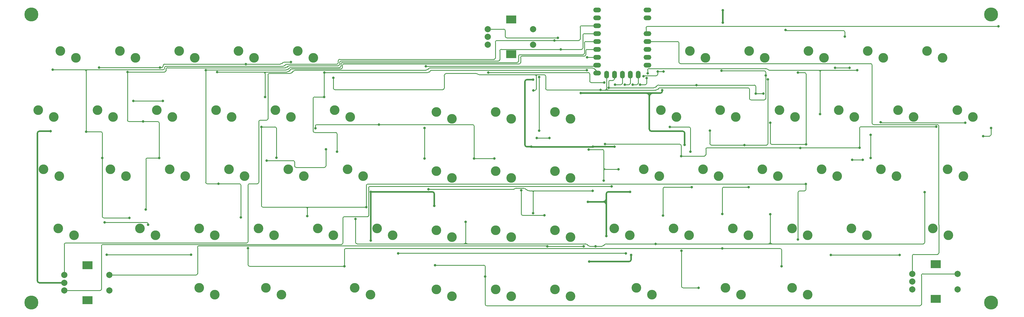
<source format=gbr>
G04 #@! TF.GenerationSoftware,KiCad,Pcbnew,7.0.9*
G04 #@! TF.CreationDate,2024-04-06T13:59:54+09:00*
G04 #@! TF.ProjectId,avain,61766169-6e2e-46b6-9963-61645f706362,rev?*
G04 #@! TF.SameCoordinates,Original*
G04 #@! TF.FileFunction,Copper,L1,Top*
G04 #@! TF.FilePolarity,Positive*
%FSLAX46Y46*%
G04 Gerber Fmt 4.6, Leading zero omitted, Abs format (unit mm)*
G04 Created by KiCad (PCBNEW 7.0.9) date 2024-04-06 13:59:54*
%MOMM*%
%LPD*%
G01*
G04 APERTURE LIST*
G04 #@! TA.AperFunction,WasherPad*
%ADD10C,3.100000*%
G04 #@! TD*
G04 #@! TA.AperFunction,WasherPad*
%ADD11C,4.500000*%
G04 #@! TD*
G04 #@! TA.AperFunction,ComponentPad*
%ADD12C,2.000000*%
G04 #@! TD*
G04 #@! TA.AperFunction,ComponentPad*
%ADD13R,3.200000X2.500000*%
G04 #@! TD*
G04 #@! TA.AperFunction,ComponentPad*
%ADD14C,1.250000*%
G04 #@! TD*
G04 #@! TA.AperFunction,SMDPad,CuDef*
%ADD15O,2.500000X1.500000*%
G04 #@! TD*
G04 #@! TA.AperFunction,SMDPad,CuDef*
%ADD16O,1.500000X2.500000*%
G04 #@! TD*
G04 #@! TA.AperFunction,ViaPad*
%ADD17C,0.800000*%
G04 #@! TD*
G04 #@! TA.AperFunction,Conductor*
%ADD18C,0.250000*%
G04 #@! TD*
G04 #@! TA.AperFunction,Conductor*
%ADD19C,0.500000*%
G04 #@! TD*
G04 APERTURE END LIST*
D10*
X26601900Y-32012500D03*
X31601900Y-34212500D03*
D11*
X17287500Y-20250000D03*
D12*
X27843800Y-104193700D03*
X27843800Y-109193700D03*
X27843800Y-106693700D03*
D13*
X35343800Y-101093700D03*
X35343800Y-112293700D03*
D12*
X42343800Y-109193700D03*
X42343800Y-104193700D03*
D10*
X128350000Y-89162500D03*
X133350000Y-91362500D03*
X306943800Y-89162500D03*
X311943800Y-91362500D03*
X305043800Y-32012500D03*
X310043800Y-34212500D03*
X261700000Y-89162500D03*
X266700000Y-91362500D03*
X314824400Y-51062500D03*
X319824400Y-53262500D03*
D14*
X199525266Y-18845959D03*
D15*
X199024986Y-18845959D03*
D14*
X199525266Y-21365959D03*
D15*
X199024986Y-21365959D03*
D14*
X199525266Y-23905959D03*
D15*
X199024986Y-23905959D03*
D14*
X199525266Y-26435959D03*
D15*
X199024986Y-26435959D03*
D14*
X199525266Y-28985959D03*
D15*
X199024986Y-28985959D03*
D14*
X199525266Y-31525959D03*
D15*
X199024986Y-31525959D03*
D14*
X199525266Y-34065959D03*
D15*
X199024986Y-34065959D03*
D14*
X199525266Y-36605959D03*
D15*
X199024986Y-36605959D03*
D14*
X199525266Y-39145959D03*
D15*
X199024986Y-39145959D03*
D16*
X202065266Y-39640300D03*
D14*
X202065266Y-39145959D03*
D16*
X204615266Y-39640300D03*
D14*
X204615266Y-39145959D03*
D16*
X207145600Y-39640300D03*
D14*
X207145600Y-39145959D03*
D16*
X209695600Y-39640300D03*
D14*
X209695600Y-39145959D03*
D16*
X212225266Y-39640300D03*
D14*
X212225266Y-39145959D03*
D15*
X215265600Y-36605959D03*
D14*
X214765266Y-36605959D03*
D15*
X215265600Y-34065959D03*
D14*
X214765266Y-34065959D03*
D15*
X215265600Y-31525959D03*
D14*
X214765266Y-31525959D03*
D15*
X215265600Y-28985959D03*
D14*
X214765266Y-28985959D03*
D15*
X215265600Y-26435959D03*
D14*
X214765266Y-26435959D03*
D15*
X215265600Y-21365959D03*
D14*
X214765266Y-21365959D03*
D15*
X215265600Y-18845959D03*
D14*
X214765266Y-18845959D03*
D10*
X166450000Y-70718700D03*
X171450000Y-72918700D03*
D12*
X300343800Y-103812500D03*
X300343800Y-108812500D03*
X300343800Y-106312500D03*
D13*
X307843800Y-100712500D03*
X307843800Y-111912500D03*
D12*
X314843800Y-108812500D03*
X314843800Y-103812500D03*
D10*
X228843800Y-32012500D03*
X233843800Y-34212500D03*
X280750000Y-89162500D03*
X285750000Y-91362500D03*
X95690000Y-51062500D03*
X100690000Y-53262500D03*
X185500000Y-70718700D03*
X190500000Y-72918700D03*
X102843800Y-32012500D03*
X107843800Y-34212500D03*
X76640000Y-51062500D03*
X81640000Y-53262500D03*
X311706300Y-70112500D03*
X316706300Y-72312500D03*
X271225000Y-70112500D03*
X276225000Y-72312500D03*
D11*
X325637500Y-113050000D03*
D10*
X38540000Y-51062500D03*
X43540000Y-53262500D03*
X295780600Y-51062500D03*
X300780600Y-53262500D03*
X80743800Y-70112500D03*
X85743800Y-72312500D03*
X118843800Y-70112500D03*
X123843800Y-72312500D03*
D11*
X17287500Y-113050000D03*
D10*
X90250000Y-89162500D03*
X95250000Y-91362500D03*
X114740000Y-51062500D03*
X119740000Y-53262500D03*
D11*
X325637500Y-20250000D03*
D10*
X147400000Y-51668700D03*
X152400000Y-53868700D03*
X261700000Y-108300000D03*
X266700000Y-110500000D03*
X166450000Y-51668700D03*
X171450000Y-53868700D03*
X42643800Y-70112500D03*
X47643800Y-72312500D03*
X109300000Y-89162500D03*
X114300000Y-91362500D03*
X238630600Y-51062500D03*
X243630600Y-53262500D03*
X214075000Y-70112500D03*
X219075000Y-72312500D03*
X61693800Y-70112500D03*
X66693800Y-72312500D03*
X242650000Y-89162500D03*
X247650000Y-91362500D03*
X185500000Y-89768700D03*
X190500000Y-91968700D03*
X211693800Y-108300000D03*
X216693800Y-110500000D03*
X99793800Y-70112500D03*
X104793800Y-72312500D03*
X71200000Y-89162500D03*
X76200000Y-91362500D03*
X240268800Y-108300000D03*
X245268800Y-110500000D03*
X57590000Y-51062500D03*
X62590000Y-53262500D03*
X92631300Y-108300000D03*
X97631300Y-110500000D03*
X252175000Y-70112500D03*
X257175000Y-72312500D03*
X204550000Y-89162500D03*
X209550000Y-91362500D03*
D12*
X163950000Y-25000000D03*
X163950000Y-30000000D03*
X163950000Y-27500000D03*
D13*
X171450000Y-21900000D03*
X171450000Y-33100000D03*
D12*
X178450000Y-30000000D03*
X178450000Y-25000000D03*
D10*
X64743800Y-32012500D03*
X69743800Y-34212500D03*
X147400000Y-89768700D03*
X152400000Y-91968700D03*
X83793800Y-32012500D03*
X88793800Y-34212500D03*
X257680600Y-51062500D03*
X262680600Y-53262500D03*
X166450000Y-108818700D03*
X171450000Y-111018700D03*
X19487500Y-51062500D03*
X24487500Y-53262500D03*
X45693800Y-32012500D03*
X50693800Y-34212500D03*
X185500000Y-108818700D03*
X190500000Y-111018700D03*
X21212500Y-70112500D03*
X26212500Y-72312500D03*
X223600000Y-89162500D03*
X228600000Y-91362500D03*
X52150000Y-89162500D03*
X57150000Y-91362500D03*
X166450000Y-89768700D03*
X171450000Y-91968700D03*
X290275000Y-70112500D03*
X295275000Y-72312500D03*
X121206300Y-108300000D03*
X126206300Y-110500000D03*
X219580600Y-51062500D03*
X224580600Y-53262500D03*
X247893800Y-32012500D03*
X252893800Y-34212500D03*
X276730600Y-51062500D03*
X281730600Y-53262500D03*
X147400000Y-70718700D03*
X152400000Y-72918700D03*
X266943800Y-32012500D03*
X271943800Y-34212500D03*
X285993800Y-32012500D03*
X290993800Y-34212500D03*
X233125000Y-70112500D03*
X238125000Y-72312500D03*
X185500000Y-51668700D03*
X190500000Y-53868700D03*
X71200000Y-108300000D03*
X76200000Y-110500000D03*
X147400000Y-108818700D03*
X152400000Y-111018700D03*
X25956300Y-89162500D03*
X30956300Y-91362500D03*
D17*
X59490000Y-48096200D03*
X159543800Y-66650000D03*
X290134715Y-55006900D03*
X108518800Y-56943943D03*
X166000000Y-66650000D03*
X230980087Y-43018057D03*
X128977687Y-55771346D03*
X317324400Y-55139400D03*
X50008030Y-48098669D03*
X202789800Y-43914400D03*
X250033096Y-45756273D03*
X252499961Y-45756273D03*
X283368800Y-63241600D03*
X197643800Y-77069500D03*
X144911362Y-76561311D03*
X178523300Y-84275500D03*
X307983200Y-56458300D03*
X226050924Y-65881320D03*
X204797651Y-42916400D03*
X201569812Y-62042090D03*
X111926200Y-63743180D03*
X92878474Y-67340694D03*
X264314160Y-63259987D03*
X304317900Y-77488800D03*
X217874243Y-94161179D03*
X254671258Y-84609422D03*
X121444134Y-86141210D03*
X54823772Y-88038041D03*
X40807200Y-87269887D03*
X198558075Y-94950181D03*
X207931923Y-42916400D03*
X156803875Y-87108472D03*
X210518423Y-42916400D03*
X58587848Y-37355403D03*
X239010371Y-38418100D03*
X259556100Y-25255917D03*
X39038301Y-37360788D03*
X278606300Y-27357118D03*
X200120812Y-44622271D03*
X253233653Y-39898196D03*
X100701900Y-35597200D03*
X114305514Y-40714085D03*
X178603531Y-44763800D03*
X86171318Y-36265206D03*
X275493800Y-37509100D03*
X280171000Y-37509100D03*
X280985000Y-67083236D03*
X284436164Y-67076241D03*
X196117400Y-80611855D03*
X239480637Y-18904100D03*
X219998100Y-44635600D03*
X126348100Y-93055300D03*
X146742500Y-81912800D03*
X209657733Y-77404300D03*
X239465099Y-22932993D03*
X202013700Y-91651200D03*
X126359715Y-77410811D03*
X227206100Y-62284175D03*
X193778698Y-45628756D03*
X204617400Y-62891590D03*
X23500000Y-57898100D03*
X209970637Y-97738286D03*
X177924695Y-62893983D03*
X196500500Y-99873166D03*
X197724297Y-62891590D03*
X178513960Y-41282052D03*
X183710073Y-60075273D03*
X179673242Y-60075273D03*
X41531700Y-97640900D03*
X68574499Y-97640900D03*
X208254392Y-97222600D03*
X135133252Y-97222600D03*
X274149430Y-97720997D03*
X296232241Y-97730023D03*
X325607322Y-56862843D03*
X323125500Y-59458924D03*
X194772016Y-94948000D03*
X183085300Y-94948000D03*
X180397742Y-57712400D03*
X174698300Y-76961000D03*
X180404301Y-40422900D03*
X182150000Y-85000000D03*
X214966500Y-40729300D03*
X212859247Y-42918102D03*
X203693900Y-75679300D03*
X24146509Y-38080357D03*
X40068600Y-66516200D03*
X34848200Y-58040600D03*
X205897600Y-70111831D03*
X48800000Y-85808900D03*
X196313552Y-63763800D03*
X185361033Y-28675000D03*
X201200000Y-73794300D03*
X226161848Y-96399681D03*
X229060721Y-64468115D03*
X53210500Y-54781200D03*
X58343800Y-66516200D03*
X218518300Y-38629600D03*
X54050000Y-83114000D03*
X213949900Y-40148100D03*
X187336902Y-31525000D03*
X222432000Y-56526573D03*
X48143900Y-38822600D03*
X231687038Y-108312962D03*
X220385100Y-38629600D03*
X220255098Y-85087545D03*
X229412200Y-75898500D03*
X247779700Y-75898500D03*
X239307930Y-84581697D03*
X77391632Y-74812509D03*
X86900000Y-95526800D03*
X246385200Y-62337600D03*
X258350000Y-101397400D03*
X239300000Y-95675181D03*
X253950700Y-41212035D03*
X235280600Y-57678100D03*
X84615345Y-85645220D03*
X117856300Y-101379000D03*
X73290000Y-38234100D03*
X263598488Y-38983800D03*
X124887068Y-82364800D03*
X77001900Y-38839100D03*
X105961810Y-85179750D03*
X96000000Y-66390300D03*
X92340000Y-46858000D03*
X266154229Y-74930518D03*
X266159800Y-62098900D03*
X254675200Y-55127380D03*
X263612414Y-92771907D03*
X91209785Y-56500000D03*
X215273241Y-39263069D03*
X195795586Y-38244000D03*
X286934000Y-59081000D03*
X195809816Y-34058147D03*
X111384609Y-46850000D03*
X270724708Y-52335611D03*
X111391583Y-39031137D03*
X282643800Y-38259300D03*
X286934000Y-66516200D03*
X115501861Y-64467680D03*
X143592800Y-66650000D03*
X146966800Y-101038900D03*
X163105779Y-104699773D03*
X143592800Y-56854800D03*
X144056694Y-36942900D03*
X186482407Y-27785883D03*
X164119000Y-38970900D03*
X201303200Y-42191900D03*
X327966300Y-24133100D03*
D18*
X159084274Y-55781200D02*
X129461169Y-55781200D01*
X250033096Y-45756273D02*
X250033096Y-43477346D01*
X59490000Y-48096200D02*
X50010499Y-48096200D01*
X249573807Y-43018057D02*
X230980087Y-43018057D01*
X217245505Y-43914400D02*
X202789800Y-43914400D01*
X159543800Y-66650000D02*
X159543800Y-56240726D01*
X217834047Y-43668996D02*
X217831292Y-43671751D01*
X108518800Y-56943943D02*
X108518774Y-56230713D01*
X290134715Y-55006900D02*
X290267215Y-55139400D01*
X204155271Y-41495624D02*
X203247979Y-41495624D01*
X252499961Y-45756273D02*
X250033096Y-45756273D01*
X204615300Y-38893100D02*
X204615300Y-39146000D01*
X290267215Y-55139400D02*
X317324400Y-55139400D01*
X230977337Y-43015307D02*
X218833668Y-43015307D01*
X129270573Y-55745954D02*
X129245181Y-55771346D01*
X218243095Y-43259936D02*
X217834047Y-43668996D01*
X128977687Y-55771346D02*
X108978124Y-55771346D01*
X230980087Y-43018057D02*
X230977337Y-43015307D01*
X204615266Y-38640300D02*
X204615266Y-41035629D01*
X166000000Y-66650000D02*
X159543800Y-66650000D01*
X202789800Y-41953803D02*
X202789800Y-43914400D01*
X204615300Y-38640300D02*
X204615300Y-38893100D01*
X129245181Y-55771346D02*
X128977687Y-55771346D01*
X218833668Y-43015329D02*
G75*
G03*
X218243095Y-43259936I-68J-835071D01*
G01*
X217245505Y-43914406D02*
G75*
G03*
X217831292Y-43671751I-5J828406D01*
G01*
X204155271Y-41495566D02*
G75*
G03*
X204615266Y-41035629I29J459966D01*
G01*
X203247979Y-41495600D02*
G75*
G03*
X202789800Y-41953803I21J-458200D01*
G01*
X159543800Y-56240726D02*
G75*
G03*
X159084274Y-55781200I-459500J26D01*
G01*
X50010496Y-48096132D02*
G75*
G03*
X50008030Y-48098669I104J-2568D01*
G01*
X129270577Y-55745943D02*
G75*
G03*
X129461169Y-55781199I198623J540943D01*
G01*
X108978124Y-55771374D02*
G75*
G03*
X108518774Y-56230713I-24J-459326D01*
G01*
X250033043Y-43477346D02*
G75*
G03*
X249573807Y-43018057I-459243J46D01*
G01*
X283368800Y-63241600D02*
X264332547Y-63241600D01*
X178523300Y-84275500D02*
X178523300Y-77557905D01*
X111926200Y-63743180D02*
X111926220Y-69064686D01*
X92878474Y-67340694D02*
X101382426Y-67340694D01*
X225591885Y-62042090D02*
X201569812Y-62042090D01*
X172275900Y-76561311D02*
X144911362Y-76561311D01*
X283368800Y-56918091D02*
X283368800Y-63241600D01*
X175277659Y-76236000D02*
X173061269Y-76236000D01*
X233995077Y-65381203D02*
X233995077Y-63607070D01*
X204797651Y-42916400D02*
X206687172Y-42916400D01*
X179033913Y-77069500D02*
X177289905Y-77069500D01*
X234360547Y-63241600D02*
X264295773Y-63241600D01*
X207145600Y-42457972D02*
X207145600Y-38640300D01*
X101842297Y-67800565D02*
X101842297Y-69063963D01*
X307983200Y-56458300D02*
X283828591Y-56458300D01*
X226050924Y-65881320D02*
X233494960Y-65881320D01*
X179033913Y-77069500D02*
X197643800Y-77069500D01*
X226050924Y-65881320D02*
X226050942Y-62501149D01*
X102301934Y-69523600D02*
X111467308Y-69523600D01*
X264314200Y-63259987D02*
G75*
G03*
X264295773Y-63241600I-18400J-13D01*
G01*
X101842306Y-67800565D02*
G75*
G03*
X101382426Y-67340694I-459906J-35D01*
G01*
X179033913Y-77069500D02*
G75*
G03*
X178523300Y-77580113I-13J-510600D01*
G01*
X234360547Y-63241677D02*
G75*
G03*
X233995077Y-63607070I53J-365523D01*
G01*
X173061269Y-76235963D02*
G75*
G03*
X172658463Y-76402848I31J-569637D01*
G01*
X283828591Y-56458300D02*
G75*
G03*
X283368800Y-56918091I9J-459800D01*
G01*
X101842300Y-69063963D02*
G75*
G03*
X102301934Y-69523600I459600J-37D01*
G01*
X176256893Y-76641618D02*
G75*
G03*
X177289905Y-77069500I1033007J1033018D01*
G01*
X226050910Y-62501149D02*
G75*
G03*
X225591885Y-62042090I-459010J49D01*
G01*
X178523293Y-77557905D02*
G75*
G03*
X178034912Y-77069507I-488393J5D01*
G01*
X111467308Y-69523620D02*
G75*
G03*
X111926220Y-69064686I-8J458920D01*
G01*
X233494960Y-65881277D02*
G75*
G03*
X233995077Y-65381203I40J500077D01*
G01*
X172275900Y-76561315D02*
G75*
G03*
X172658463Y-76402848I0J541015D01*
G01*
X176256928Y-76641583D02*
G75*
G03*
X175277659Y-76236000I-979228J-979317D01*
G01*
X206687172Y-42916400D02*
G75*
G03*
X207145600Y-42457972I28J458400D01*
G01*
X264332547Y-63241660D02*
G75*
G03*
X264314160Y-63259987I-47J-18340D01*
G01*
X254678400Y-84616564D02*
X254678400Y-93666594D01*
X303858735Y-94161179D02*
X255191283Y-94161179D01*
X198559704Y-94948552D02*
X200586711Y-94948552D01*
X254671258Y-84609422D02*
X254678400Y-84616564D01*
X40824117Y-87286804D02*
X54364388Y-87286804D01*
X40807200Y-87269887D02*
X40824117Y-87286804D01*
X209695600Y-42457324D02*
X209695600Y-38640300D01*
X254183797Y-94161184D02*
X253998481Y-94161179D01*
X201983295Y-94161179D02*
X217874243Y-94161179D01*
X196165092Y-94705354D02*
X195856242Y-94396521D01*
X198558075Y-94950181D02*
X198559704Y-94948552D01*
X195270366Y-94153853D02*
X157485624Y-94153853D01*
X201092967Y-94706550D02*
X201394373Y-94405128D01*
X198558075Y-94950181D02*
X198556288Y-94948394D01*
X198556288Y-94948394D02*
X196673888Y-94948394D01*
X156822519Y-87127116D02*
X156822519Y-93660793D01*
X255191283Y-94161179D02*
X253998481Y-94161179D01*
X253998481Y-94161179D02*
X217874243Y-94161179D01*
X156336996Y-94153853D02*
X121903984Y-94153853D01*
X157485624Y-94153853D02*
X156336996Y-94153853D01*
X304317900Y-77488800D02*
X304317900Y-93702014D01*
X54823788Y-87746229D02*
X54823772Y-88038041D01*
X156803875Y-87108472D02*
X156822519Y-87127116D01*
X156822519Y-93660793D02*
X156822519Y-93668330D01*
X207931923Y-42916400D02*
X209236524Y-42916400D01*
X157485624Y-94153853D02*
X157315603Y-94153859D01*
X121444134Y-93693941D02*
X121444134Y-86141210D01*
X209236524Y-42916400D02*
G75*
G03*
X209695600Y-42457324I-24J459100D01*
G01*
X121444112Y-93693952D02*
G75*
G03*
X121444134Y-93693941I-12J52D01*
G01*
X195856253Y-94396510D02*
G75*
G03*
X195270366Y-94153853I-585853J-585890D01*
G01*
X156822541Y-93660793D02*
G75*
G03*
X157315603Y-94153859I493059J-7D01*
G01*
X303858735Y-94161200D02*
G75*
G03*
X304317900Y-93702014I-35J459200D01*
G01*
X200586710Y-94948544D02*
G75*
G03*
X201092966Y-94706549I-94310J847844D01*
G01*
X156336996Y-94153819D02*
G75*
G03*
X156822519Y-93668330I4J485519D01*
G01*
X254183797Y-94161200D02*
G75*
G03*
X254678400Y-93666594I3J494600D01*
G01*
X196165095Y-94705351D02*
G75*
G03*
X196673888Y-94948393I602805J607851D01*
G01*
X121444147Y-93693961D02*
G75*
G03*
X121903984Y-94153853I459853J-39D01*
G01*
X201983295Y-94161171D02*
G75*
G03*
X201394373Y-94405128I5J-832829D01*
G01*
X54823796Y-87746229D02*
G75*
G03*
X54364388Y-87286804I-459396J29D01*
G01*
X254678421Y-93648296D02*
G75*
G03*
X255191283Y-94161179I512879J-4D01*
G01*
X212225300Y-42456871D02*
X212225300Y-38640300D01*
X210518423Y-42916400D02*
X211765771Y-42916400D01*
X211765771Y-42916400D02*
G75*
G03*
X212225300Y-42456871I29J459500D01*
G01*
X253226200Y-39905649D02*
X253233653Y-39898196D01*
X58587848Y-37355403D02*
X59154041Y-37355403D01*
X85995512Y-36089400D02*
X86171318Y-36265206D01*
X259556100Y-25255917D02*
X259737683Y-25437500D01*
X179945476Y-39697900D02*
X182064878Y-39697900D01*
X202065300Y-38640300D02*
X202065300Y-44184081D01*
X179485052Y-44306047D02*
X179485052Y-40187164D01*
X248465928Y-47797445D02*
X252766761Y-47797445D01*
X150741240Y-39279300D02*
X160175230Y-39279300D01*
X202589188Y-44638900D02*
X217930477Y-44638900D01*
X161185818Y-39697900D02*
X178806244Y-39697900D01*
X97825435Y-36022183D02*
X98006615Y-35841005D01*
X218516865Y-44395991D02*
X218757026Y-44155805D01*
X86171318Y-36265206D02*
X60072597Y-36265206D01*
X178806244Y-39697900D02*
X179945476Y-39697900D01*
X253226200Y-47338006D02*
X253226200Y-39905649D01*
X100701900Y-35597200D02*
X98595218Y-35597200D01*
X202589188Y-44638900D02*
X200137441Y-44638900D01*
X253233653Y-39898196D02*
X253233653Y-38877052D01*
X182984138Y-44611700D02*
X200095292Y-44611700D01*
X59612700Y-36896744D02*
X59612700Y-36725103D01*
X182524341Y-40157363D02*
X182524341Y-44151903D01*
X149925821Y-44027990D02*
X149925830Y-40094710D01*
X178806244Y-39697900D02*
X178995832Y-39697912D01*
X248006000Y-44368059D02*
X248006000Y-47337517D01*
X114764913Y-44487500D02*
X149466310Y-44487500D01*
X114305514Y-40714085D02*
X114305514Y-44028101D01*
X178603531Y-44763800D02*
X179027330Y-44763785D01*
X86171318Y-36265206D02*
X97238719Y-36265206D01*
X278606300Y-27357118D02*
X278606314Y-25897198D01*
X259737683Y-25437500D02*
X278146620Y-25437500D01*
X200137441Y-44638900D02*
X200120812Y-44622271D01*
X219353789Y-43908600D02*
X247546541Y-43908600D01*
X39038301Y-37360788D02*
X58582463Y-37360788D01*
X239010371Y-38418100D02*
X252774701Y-38418100D01*
X59154041Y-37355400D02*
G75*
G03*
X59612700Y-36896744I-41J458700D01*
G01*
X98595218Y-35597209D02*
G75*
G03*
X98006616Y-35841006I-18J-832391D01*
G01*
X248006000Y-44368059D02*
G75*
G03*
X247546541Y-43908600I-459500J-41D01*
G01*
X149466310Y-44487521D02*
G75*
G03*
X149925821Y-44027990I-10J459521D01*
G01*
X200120800Y-44622271D02*
G75*
G03*
X200110741Y-44612200I-10100J-29D01*
G01*
X202065300Y-44115012D02*
G75*
G03*
X202589188Y-44638900I523900J12D01*
G01*
X217930477Y-44638893D02*
G75*
G03*
X218516865Y-44395991I23J829193D01*
G01*
X179027330Y-44763852D02*
G75*
G03*
X179485052Y-44306047I-30J457752D01*
G01*
X60072597Y-36265200D02*
G75*
G03*
X59612700Y-36725103I3J-459900D01*
G01*
X58582463Y-37360748D02*
G75*
G03*
X58587848Y-37355403I37J5348D01*
G01*
X248005955Y-47337517D02*
G75*
G03*
X248465928Y-47797445I459945J17D01*
G01*
X200120818Y-44622265D02*
G75*
G03*
X200095292Y-44611700I-25518J-25535D01*
G01*
X150741240Y-39279330D02*
G75*
G03*
X149925830Y-40094710I-40J-815370D01*
G01*
X182524300Y-44151903D02*
G75*
G03*
X182984138Y-44611700I459800J3D01*
G01*
X278606300Y-25897198D02*
G75*
G03*
X278146620Y-25437500I-459700J-2D01*
G01*
X179485088Y-40187164D02*
G75*
G03*
X178995832Y-39697912I-489288J-36D01*
G01*
X182524400Y-40157363D02*
G75*
G03*
X182064878Y-39697900I-459500J-37D01*
G01*
X253233700Y-38877052D02*
G75*
G03*
X252774701Y-38418100I-459000J-48D01*
G01*
X179945476Y-39697852D02*
G75*
G03*
X179485052Y-40158324I24J-460448D01*
G01*
X97238719Y-36265231D02*
G75*
G03*
X97825434Y-36022182I-19J829731D01*
G01*
X201610474Y-44638900D02*
G75*
G03*
X202065300Y-44184081I26J454800D01*
G01*
X160720691Y-39505266D02*
G75*
G03*
X160175230Y-39279300I-545491J-545434D01*
G01*
X114305500Y-44028101D02*
G75*
G03*
X114764913Y-44487500I459400J1D01*
G01*
X219353789Y-43908590D02*
G75*
G03*
X218757026Y-44155805I11J-843910D01*
G01*
X252766761Y-47797400D02*
G75*
G03*
X253226200Y-47338006I39J459400D01*
G01*
X160720694Y-39505263D02*
G75*
G03*
X161185818Y-39697900I465106J465163D01*
G01*
X275493800Y-37509100D02*
X280171000Y-37509100D01*
X284429169Y-67083236D02*
X280985000Y-67083236D01*
X284436164Y-67076241D02*
X284429169Y-67083236D01*
D19*
X202013700Y-78036631D02*
X202013700Y-79364602D01*
X227206100Y-62284175D02*
X227206100Y-58525445D01*
X202013700Y-81619870D02*
X202013700Y-91651200D01*
X196117400Y-80611855D02*
X201032253Y-80611855D01*
X214489094Y-45618800D02*
X216864956Y-45618800D01*
X219998091Y-44988616D02*
X219998100Y-44757434D01*
X214879008Y-45618798D02*
X214489094Y-45618800D01*
X226576720Y-57896065D02*
X216489610Y-57896065D01*
X216864956Y-45618800D02*
X219367882Y-45618800D01*
X193788654Y-45618800D02*
X214489094Y-45618800D01*
X146742500Y-81912800D02*
X146742500Y-78039552D01*
X193778698Y-45628756D02*
X193788654Y-45618800D01*
X126359715Y-77410811D02*
X146113759Y-77410811D01*
X239465099Y-22932993D02*
X239461400Y-22929294D01*
X202013700Y-79630409D02*
X202013700Y-79364602D01*
X219998100Y-44757434D02*
X219998100Y-44635600D01*
X209657733Y-77404300D02*
X202646031Y-77404300D01*
X126348100Y-77422426D02*
X126359715Y-77410811D01*
X239461400Y-22929294D02*
X239461400Y-18950542D01*
X202013700Y-79364602D02*
X202013700Y-81619870D01*
X215860177Y-57266632D02*
X215860177Y-46599963D01*
X126348100Y-93055300D02*
X126348100Y-77422426D01*
X219367882Y-45618791D02*
G75*
G03*
X219998091Y-44988616I18J630191D01*
G01*
X215860235Y-57266632D02*
G75*
G03*
X216489610Y-57896065I629365J-68D01*
G01*
X202646031Y-77404300D02*
G75*
G03*
X202013700Y-78036631I-31J-632300D01*
G01*
X146742589Y-78039552D02*
G75*
G03*
X146113759Y-77410811I-628789J-48D01*
G01*
X227206135Y-58525445D02*
G75*
G03*
X226576720Y-57896065I-629435J-55D01*
G01*
X239480620Y-18904083D02*
G75*
G03*
X239461400Y-18950542I46680J-46517D01*
G01*
X202013745Y-81619870D02*
G75*
G03*
X201005685Y-80611855I-1008045J-30D01*
G01*
X201032253Y-80611800D02*
G75*
G03*
X202013700Y-79630409I47J981400D01*
G01*
X216864956Y-45618777D02*
G75*
G03*
X215860177Y-46623579I44J-1004823D01*
G01*
X215860202Y-46599963D02*
G75*
G03*
X214879008Y-45618798I-981202J-37D01*
G01*
X19210600Y-106063897D02*
X19210600Y-58526756D01*
X178507929Y-41288083D02*
X178513960Y-41282052D01*
X177924695Y-62893983D02*
X176485323Y-62893980D01*
X196500500Y-99873166D02*
X209341897Y-99873166D01*
X175857515Y-62266170D02*
X175857515Y-41918791D01*
X204617400Y-62891590D02*
X204529340Y-62891590D01*
X204529340Y-62891590D02*
X204509583Y-62871833D01*
X177945012Y-62914300D02*
X197701587Y-62914300D01*
X177924695Y-62893983D02*
X177945012Y-62914300D01*
X197701587Y-62914300D02*
X197724297Y-62891590D01*
X27843800Y-106693700D02*
X19840403Y-106693700D01*
X176488223Y-41288083D02*
X178507929Y-41288083D01*
X19839256Y-57898100D02*
X23500000Y-57898100D01*
X204415510Y-62891590D02*
X197724297Y-62891590D01*
X209970637Y-97738286D02*
X209970647Y-99244412D01*
X19210600Y-106063897D02*
G75*
G03*
X19840403Y-106693700I629800J-3D01*
G01*
X204415510Y-62891589D02*
G75*
G03*
X204509583Y-62871833I-8010J271989D01*
G01*
X175857520Y-62266170D02*
G75*
G03*
X176485323Y-62893980I627780J-30D01*
G01*
X19839256Y-57898100D02*
G75*
G03*
X19210600Y-58526756I4J-628660D01*
G01*
X209341897Y-99873147D02*
G75*
G03*
X209970647Y-99244412I3J628747D01*
G01*
X176488223Y-41288115D02*
G75*
G03*
X175857515Y-41918791I77J-630785D01*
G01*
D18*
X200025000Y-18846000D02*
X199525300Y-18846000D01*
X183710073Y-60075273D02*
X179673242Y-60075273D01*
X41531700Y-97640900D02*
X68574499Y-97640900D01*
X208217292Y-97185500D02*
X135170352Y-97185500D01*
X135170352Y-97185500D02*
X135133252Y-97222600D01*
X208254392Y-97222600D02*
X208217292Y-97185500D01*
X274149430Y-97720997D02*
X296223215Y-97720997D01*
X296232203Y-97730023D02*
G75*
G03*
X296223215Y-97720997I-9003J23D01*
G01*
X325607322Y-56862843D02*
X325607322Y-59000248D01*
X325148646Y-59458924D02*
X323125500Y-59458924D01*
X325148646Y-59458922D02*
G75*
G03*
X325607322Y-59000248I-46J458722D01*
G01*
X180404301Y-40422900D02*
X180404301Y-40630667D01*
X70664573Y-103734121D02*
X70664573Y-95257344D01*
X42343800Y-104193700D02*
X70204994Y-104193700D01*
X180404301Y-40630667D02*
X180369834Y-40665134D01*
X183085300Y-94798300D02*
X183085300Y-94948000D01*
X200025000Y-21366000D02*
X199525300Y-21366000D01*
X71123617Y-94798300D02*
X183085300Y-94798300D01*
X180397742Y-40816696D02*
X180397742Y-57712400D01*
X174698300Y-76961000D02*
X174698300Y-84541093D01*
X175157207Y-85000000D02*
X182150000Y-85000000D01*
X194772016Y-94948000D02*
X183085300Y-94948000D01*
X70204994Y-104193673D02*
G75*
G03*
X70664573Y-103734121I6J459573D01*
G01*
X180397739Y-40816696D02*
G75*
G03*
X180369833Y-40665134I-461939J-6704D01*
G01*
X71123617Y-94798273D02*
G75*
G03*
X70664573Y-95257344I-17J-459027D01*
G01*
X174698300Y-84541093D02*
G75*
G03*
X175157207Y-85000000I458900J-7D01*
G01*
X93747255Y-39279300D02*
X100334551Y-39279300D01*
X93288264Y-53876443D02*
X93288264Y-39738291D01*
X87371999Y-74799074D02*
X89894909Y-74799074D01*
X102048019Y-38256100D02*
X143995522Y-38256100D01*
X86912893Y-93424997D02*
X86912893Y-75258180D01*
X100924163Y-39035076D02*
X101459284Y-38499960D01*
X90354400Y-74339583D02*
X90354400Y-54795641D01*
X27843800Y-104193700D02*
X27843800Y-94343706D01*
X90814041Y-54336000D02*
X92828707Y-54336000D01*
X199525300Y-39146000D02*
X200025000Y-39146000D01*
X198130042Y-37750735D02*
X199525266Y-39145959D01*
X144581878Y-38013225D02*
X144843458Y-37751648D01*
X145435312Y-37506497D02*
X197540399Y-37506497D01*
X28303240Y-93884266D02*
X86453624Y-93884266D01*
X93747255Y-39279264D02*
G75*
G03*
X93288264Y-39738291I45J-459036D01*
G01*
X143995522Y-38256126D02*
G75*
G03*
X144581878Y-38013225I-22J829226D01*
G01*
X100334551Y-39279277D02*
G75*
G03*
X100924163Y-39035076I49J833777D01*
G01*
X102048019Y-38256113D02*
G75*
G03*
X101459284Y-38499960I-19J-832587D01*
G01*
X198130047Y-37750730D02*
G75*
G03*
X197540399Y-37506497I-589647J-589670D01*
G01*
X87371999Y-74799093D02*
G75*
G03*
X86912893Y-75258180I1J-459107D01*
G01*
X90814041Y-54336000D02*
G75*
G03*
X90354400Y-54795641I-41J-459600D01*
G01*
X28303240Y-93884300D02*
G75*
G03*
X27843800Y-94343706I-40J-459400D01*
G01*
X145435312Y-37506502D02*
G75*
G03*
X144843458Y-37751648I-12J-836998D01*
G01*
X89894909Y-74799100D02*
G75*
G03*
X90354400Y-74339583I-9J459500D01*
G01*
X86453624Y-93884293D02*
G75*
G03*
X86912893Y-93424997I-24J459293D01*
G01*
X92828707Y-54335964D02*
G75*
G03*
X93288264Y-53876443I-7J459564D01*
G01*
X125610138Y-85017502D02*
X125611568Y-84957190D01*
X39820718Y-108734261D02*
X39820718Y-94807569D01*
X125152048Y-85416710D02*
X125212360Y-85415331D01*
X214265600Y-36606000D02*
X214765300Y-36606000D01*
X125328870Y-85384101D02*
X125433328Y-85323781D01*
X125611568Y-84957190D02*
X125611568Y-76138294D01*
X214966500Y-42458328D02*
X214966500Y-40729300D01*
X212859247Y-42918102D02*
X214506726Y-42918102D01*
X27843800Y-109193700D02*
X39361279Y-109193700D01*
X117834716Y-85416710D02*
X125152048Y-85416710D01*
X125212360Y-85415331D02*
X125328870Y-85384101D01*
X117375400Y-93889621D02*
X117375400Y-85876026D01*
X125518616Y-85238482D02*
X125578923Y-85134016D01*
X125578923Y-85134016D02*
X125610138Y-85017502D01*
X125433328Y-85323781D02*
X125518616Y-85238482D01*
X40279987Y-94348300D02*
X116916721Y-94348300D01*
X203693900Y-75679300D02*
X126070562Y-75679300D01*
X117834716Y-85416700D02*
G75*
G03*
X117375400Y-85876026I-16J-459300D01*
G01*
X116916721Y-94348300D02*
G75*
G03*
X117375400Y-93889621I-21J458700D01*
G01*
X39361279Y-109193718D02*
G75*
G03*
X39820718Y-108734261I21J459418D01*
G01*
X40279987Y-94348318D02*
G75*
G03*
X39820718Y-94807569I13J-459282D01*
G01*
X214506726Y-42918100D02*
G75*
G03*
X214966500Y-42458328I-26J459800D01*
G01*
X126070562Y-75679268D02*
G75*
G03*
X125611568Y-76138294I38J-459032D01*
G01*
X193598100Y-24365683D02*
X193598100Y-28215563D01*
X34848200Y-58040600D02*
X34848200Y-38600250D01*
X165912814Y-34742908D02*
X116319258Y-34742908D01*
X59602581Y-38085288D02*
X34366627Y-38085288D01*
X60062709Y-37449149D02*
X60062700Y-37625169D01*
X48800000Y-85808900D02*
X40528287Y-85808900D01*
X201212500Y-73794300D02*
X201200000Y-73794300D01*
X193138663Y-28675000D02*
X166830648Y-28675000D01*
X201212500Y-64222990D02*
X201212500Y-69282884D01*
X166371148Y-29134500D02*
X166371148Y-34284574D01*
X98058876Y-36989706D02*
X60522152Y-36989706D01*
X201212500Y-70623992D02*
X201212500Y-73781800D01*
X34366627Y-38085288D02*
X24151440Y-38085288D01*
X115402338Y-36324200D02*
X99415052Y-36324200D01*
X200025000Y-23906000D02*
X194057783Y-23906000D01*
X205897600Y-70111831D02*
X201724661Y-70111831D01*
X34848200Y-58040600D02*
X39609459Y-58040600D01*
X201212500Y-69282884D02*
X201212500Y-70623992D01*
X40068600Y-58499741D02*
X40068600Y-66516200D01*
X115861400Y-35200766D02*
X115861400Y-35865138D01*
X98826182Y-36568118D02*
X98649057Y-36745245D01*
X196313552Y-63763800D02*
X200753310Y-63763800D01*
X40068600Y-85349213D02*
X40068600Y-66516200D01*
X201212500Y-69282884D02*
X201212493Y-69630466D01*
X59602581Y-38085300D02*
G75*
G03*
X60062700Y-37625169I19J460100D01*
G01*
X201724661Y-70111800D02*
G75*
G03*
X201212500Y-70623992I39J-512200D01*
G01*
X40068600Y-58499741D02*
G75*
G03*
X39609459Y-58040600I-459100J41D01*
G01*
X40068600Y-85349213D02*
G75*
G03*
X40528287Y-85808900I459700J13D01*
G01*
X24146512Y-38080357D02*
G75*
G03*
X24151440Y-38085288I4888J-43D01*
G01*
X99415052Y-36324170D02*
G75*
G03*
X98826182Y-36568118I48J-832830D01*
G01*
X194057783Y-23906000D02*
G75*
G03*
X193598100Y-24365683I17J-459700D01*
G01*
X116319258Y-34742900D02*
G75*
G03*
X115861400Y-35200766I42J-457900D01*
G01*
X34848212Y-38566861D02*
G75*
G03*
X34366627Y-38085288I-481612J-39D01*
G01*
X60522152Y-36989609D02*
G75*
G03*
X60062709Y-37449149I48J-459491D01*
G01*
X201212500Y-64222990D02*
G75*
G03*
X200753310Y-63763800I-459200J-10D01*
G01*
X166830648Y-28675048D02*
G75*
G03*
X166371148Y-29134500I-48J-459452D01*
G01*
X98058876Y-36989699D02*
G75*
G03*
X98649057Y-36745245I24J834599D01*
G01*
X193138663Y-28675000D02*
G75*
G03*
X193598100Y-28215563I37J459400D01*
G01*
X35363182Y-38085300D02*
G75*
G03*
X34848200Y-38600250I18J-515000D01*
G01*
X165912814Y-34742948D02*
G75*
G03*
X166371148Y-34284574I-14J458348D01*
G01*
X201200000Y-73794300D02*
G75*
G03*
X201212500Y-73781800I0J12500D01*
G01*
X115402338Y-36324200D02*
G75*
G03*
X115861400Y-35865138I-38J459100D01*
G01*
X201212469Y-69630466D02*
G75*
G03*
X201693849Y-70111831I481331J-34D01*
G01*
X116766238Y-35301900D02*
X167314938Y-35301900D01*
X58343800Y-66516200D02*
X58343800Y-55239722D01*
X54074600Y-66975830D02*
X54074600Y-83114000D01*
X100226368Y-36776100D02*
X115851875Y-36776100D01*
X58343800Y-66516200D02*
X54534230Y-66516200D01*
X167774000Y-34842838D02*
X167774000Y-31984992D01*
X48143900Y-38822600D02*
X60058503Y-38822600D01*
X218518300Y-38629600D02*
X218518300Y-39539953D01*
X229060721Y-64468115D02*
X229049400Y-64456794D01*
X48143900Y-54321880D02*
X48143900Y-38822600D01*
X220255098Y-85087545D02*
X220255098Y-76358339D01*
X53210500Y-54781200D02*
X48603220Y-54781200D01*
X218059153Y-39999100D02*
X213949900Y-39999100D01*
X53210500Y-54781200D02*
X57885278Y-54781200D01*
X231687038Y-108312962D02*
X226622270Y-108312997D01*
X116311400Y-36316575D02*
X116311400Y-35756738D01*
X213949900Y-39999100D02*
X213949900Y-40148100D01*
X218518300Y-38629600D02*
X220385100Y-38629600D01*
X54074600Y-83114000D02*
X54050000Y-83114000D01*
X168233939Y-31525000D02*
X187336902Y-31525000D01*
X194509000Y-31065259D02*
X194509000Y-26894490D01*
X60518083Y-38363020D02*
X60518083Y-37899262D01*
X228589637Y-56526573D02*
X222432000Y-56526573D01*
X229049400Y-64456794D02*
X229049400Y-56986336D01*
X226161848Y-96399681D02*
X226161848Y-107852578D01*
X60977639Y-37439706D02*
X98873538Y-37439706D01*
X187336902Y-31525000D02*
X194049259Y-31525000D01*
X99461980Y-37195965D02*
X99638230Y-37019715D01*
X194967490Y-26436000D02*
X200025000Y-26436000D01*
X220714937Y-75898500D02*
X229412200Y-75898500D01*
X100226368Y-36776063D02*
G75*
G03*
X99638231Y-37019716I32J-831737D01*
G01*
X226161903Y-107852578D02*
G75*
G03*
X226622270Y-108312997I460397J-22D01*
G01*
X167314938Y-35301900D02*
G75*
G03*
X167774000Y-34842838I-38J459100D01*
G01*
X54534230Y-66516200D02*
G75*
G03*
X54074600Y-66975830I-30J-459600D01*
G01*
X60977639Y-37439783D02*
G75*
G03*
X60518083Y-37899262I-39J-459517D01*
G01*
X220714937Y-75898498D02*
G75*
G03*
X220255098Y-76358339I-37J-459802D01*
G01*
X115851875Y-36776100D02*
G75*
G03*
X116311400Y-36316575I25J459500D01*
G01*
X218059153Y-39999100D02*
G75*
G03*
X218518300Y-39539953I47J459100D01*
G01*
X168233939Y-31525079D02*
G75*
G03*
X167773979Y-31984971I-39J-459921D01*
G01*
X194049259Y-31525000D02*
G75*
G03*
X194509000Y-31065259I41J459700D01*
G01*
X48143900Y-54321880D02*
G75*
G03*
X48603220Y-54781200I459300J-20D01*
G01*
X167774000Y-31984965D02*
G75*
G03*
X167773979Y-31984972I0J-35D01*
G01*
X229049327Y-56986336D02*
G75*
G03*
X228589637Y-56526573I-459827J-64D01*
G01*
X58343800Y-55239722D02*
G75*
G03*
X57885278Y-54781200I-458500J22D01*
G01*
X116766238Y-35301900D02*
G75*
G03*
X116311400Y-35756738I-38J-454800D01*
G01*
X98873538Y-37439725D02*
G75*
G03*
X99461979Y-37195964I-38J832225D01*
G01*
X60058503Y-38822583D02*
G75*
G03*
X60518083Y-38363020I-3J459583D01*
G01*
X194967490Y-26436000D02*
G75*
G03*
X194509000Y-26894490I10J-458500D01*
G01*
X258350000Y-96134881D02*
X258350000Y-101397400D01*
X86900000Y-95526800D02*
X86900000Y-100920813D01*
X117856300Y-96135111D02*
X117856300Y-101379000D01*
X239767442Y-75898500D02*
X247779700Y-75898500D01*
X239307930Y-84581697D02*
X239307930Y-76358012D01*
X246385200Y-62337600D02*
X253490801Y-62337600D01*
X84609400Y-85639275D02*
X84609400Y-75272285D01*
X246385200Y-62337600D02*
X235738498Y-62337600D01*
X99183939Y-38114100D02*
X73410000Y-38114100D01*
X200025000Y-28986000D02*
X195420002Y-28986000D01*
X173813926Y-33694402D02*
X173813926Y-35293279D01*
X239300000Y-95675181D02*
X257890300Y-95675181D01*
X239300000Y-95675181D02*
X118316230Y-95675181D01*
X173355305Y-35751900D02*
X117220606Y-35751900D01*
X253950700Y-41212035D02*
X253950700Y-61877701D01*
X194961137Y-29444865D02*
X194961137Y-32776292D01*
X117856300Y-101379000D02*
X87358187Y-101379000D01*
X194502003Y-33235426D02*
X174272902Y-33235426D01*
X116302197Y-37354200D02*
X100633771Y-37354200D01*
X73410000Y-38114100D02*
X73290000Y-38234100D01*
X84615345Y-85645220D02*
X84609400Y-85639275D01*
X235280600Y-61879702D02*
X235280600Y-57678100D01*
X116761400Y-36211106D02*
X116761400Y-36894997D01*
X73290000Y-74352802D02*
X73290000Y-38234100D01*
X77391632Y-74812509D02*
X73749739Y-74812537D01*
X84149624Y-74812509D02*
X77391632Y-74812509D01*
X100045427Y-37597897D02*
X99773362Y-37869957D01*
X195420002Y-28986037D02*
G75*
G03*
X194961137Y-29444865I-2J-458863D01*
G01*
X117220606Y-35751900D02*
G75*
G03*
X116761400Y-36211106I-6J-459200D01*
G01*
X116302197Y-37354200D02*
G75*
G03*
X116761400Y-36894997I3J459200D01*
G01*
X235280600Y-61879702D02*
G75*
G03*
X235738498Y-62337600I457900J2D01*
G01*
X253490801Y-62337600D02*
G75*
G03*
X253950700Y-61877701I-1J459900D01*
G01*
X84609391Y-75272285D02*
G75*
G03*
X84149624Y-74812509I-459791J-15D01*
G01*
X258350019Y-96134881D02*
G75*
G03*
X257890300Y-95675181I-459719J-19D01*
G01*
X239767442Y-75898530D02*
G75*
G03*
X239307930Y-76358012I-42J-459470D01*
G01*
X194502003Y-33235437D02*
G75*
G03*
X194961137Y-32776292I-3J459137D01*
G01*
X86900000Y-100920813D02*
G75*
G03*
X87358187Y-101379000I458200J13D01*
G01*
X173355305Y-35751926D02*
G75*
G03*
X173813926Y-35293279I-5J458626D01*
G01*
X100633771Y-37354194D02*
G75*
G03*
X100045427Y-37597897I29J-832106D01*
G01*
X174272902Y-33235426D02*
G75*
G03*
X173813926Y-33694402I-2J-458974D01*
G01*
X73289963Y-74352802D02*
G75*
G03*
X73749739Y-74812537I459737J2D01*
G01*
X99183939Y-38114121D02*
G75*
G03*
X99773362Y-37869957I-39J833621D01*
G01*
X118316230Y-95675200D02*
G75*
G03*
X117856300Y-96135111I-30J-459900D01*
G01*
X92834743Y-38824100D02*
X91638439Y-38824100D01*
X263600000Y-92759493D02*
X263612414Y-92771907D01*
X124887068Y-82364800D02*
X124887068Y-75387902D01*
X266154229Y-74930518D02*
X266154229Y-76636944D01*
X263600000Y-77661773D02*
X263600000Y-92759493D01*
X116760714Y-37806100D02*
X101077605Y-37806100D01*
X117220069Y-36677807D02*
X117220069Y-37346745D01*
X174005863Y-36218400D02*
X117679476Y-36218400D01*
X254675200Y-55127380D02*
X254687220Y-55139400D01*
X266159800Y-39444421D02*
X266159800Y-62098900D01*
X100488778Y-38050000D02*
X99958805Y-38579973D01*
X105450151Y-82364800D02*
X91670138Y-82364800D01*
X92340000Y-46858000D02*
X92340000Y-39500000D01*
X107000000Y-82364800D02*
X105450151Y-82364800D01*
X124887068Y-82364800D02*
X107000000Y-82364800D01*
X91638439Y-38824100D02*
X77016900Y-38824100D01*
X125346370Y-74928600D02*
X266152311Y-74928600D01*
X200025000Y-31526000D02*
X195870148Y-31526000D01*
X263598488Y-38983800D02*
X265699179Y-38983800D01*
X195411137Y-32587923D02*
X195419809Y-32596948D01*
X195411137Y-31985011D02*
X195411137Y-32587923D01*
X195419809Y-32596948D02*
X195419809Y-33234603D01*
X264165738Y-77096035D02*
X265695176Y-77096006D01*
X266159800Y-62098900D02*
X255134075Y-62098900D01*
X91209785Y-81904447D02*
X91209785Y-56500000D01*
X91638439Y-38824100D02*
X91843292Y-38824111D01*
X92340000Y-39500000D02*
X92340000Y-39320847D01*
X194959496Y-33694916D02*
X174924847Y-33694916D01*
X106450126Y-82364800D02*
X107000000Y-82364800D01*
X105961810Y-85179750D02*
X105961810Y-82853116D01*
X96000000Y-56959319D02*
X96000000Y-66390300D01*
X254675200Y-61640025D02*
X254675200Y-55127380D01*
X91209785Y-56500000D02*
X95540681Y-56500000D01*
X174464827Y-34154936D02*
X174464827Y-35759436D01*
X99369429Y-38824100D02*
X92834743Y-38824100D01*
X92340000Y-39500000D02*
X92340000Y-39318843D01*
X174005863Y-36218327D02*
G75*
G03*
X174464827Y-35759436I37J458927D01*
G01*
X117679476Y-36218369D02*
G75*
G03*
X117220069Y-36677807I24J-459431D01*
G01*
X106450126Y-82364810D02*
G75*
G03*
X105961810Y-82853116I-26J-488290D01*
G01*
X116760714Y-37806069D02*
G75*
G03*
X117220069Y-37346745I-14J459369D01*
G01*
X101077605Y-37806096D02*
G75*
G03*
X100488778Y-38050000I-5J-832704D01*
G01*
X174924847Y-33694927D02*
G75*
G03*
X174464827Y-34154936I-47J-459973D01*
G01*
X92339989Y-39320847D02*
G75*
G03*
X91843292Y-38824111I-496689J47D01*
G01*
X99369429Y-38824121D02*
G75*
G03*
X99958804Y-38579972I-29J833521D01*
G01*
X266154200Y-74930518D02*
G75*
G03*
X266152311Y-74928600I-1900J18D01*
G01*
X266159800Y-39444421D02*
G75*
G03*
X265699179Y-38983800I-460600J21D01*
G01*
X77016900Y-38824100D02*
G75*
G03*
X77001900Y-38839100I0J-15000D01*
G01*
X195870148Y-31526037D02*
G75*
G03*
X195411137Y-31985011I-48J-458963D01*
G01*
X254675200Y-61640025D02*
G75*
G03*
X255134075Y-62098900I458900J25D01*
G01*
X125346370Y-74928568D02*
G75*
G03*
X124887068Y-75387902I30J-459332D01*
G01*
X92834743Y-38824100D02*
G75*
G03*
X92340000Y-39318843I-43J-494700D01*
G01*
X265695176Y-77095929D02*
G75*
G03*
X266154229Y-76636944I24J459029D01*
G01*
X194959496Y-33694909D02*
G75*
G03*
X195419809Y-33234603I4J460309D01*
G01*
X105961900Y-82876459D02*
G75*
G03*
X105450151Y-82364800I-511700J-41D01*
G01*
X91209700Y-81904447D02*
G75*
G03*
X91670138Y-82364800I460400J47D01*
G01*
X96000000Y-56959319D02*
G75*
G03*
X95540681Y-56500000I-459300J19D01*
G01*
X264165738Y-77096100D02*
G75*
G03*
X263600000Y-77661773I-38J-565700D01*
G01*
X145993967Y-38244000D02*
X195795586Y-38244000D01*
X107794300Y-57820824D02*
X107794300Y-47309247D01*
X215732056Y-37693600D02*
X253272180Y-37693600D01*
X271429043Y-38259300D02*
X271204780Y-38259286D01*
X253859502Y-37936877D02*
X253937779Y-38015154D01*
X145101306Y-38790256D02*
X145402584Y-38488965D01*
X108253547Y-46850000D02*
X111384609Y-46850000D01*
X115042622Y-58280800D02*
X108254276Y-58280800D01*
X195809816Y-34058147D02*
X200017174Y-34058147D01*
X254527199Y-38259300D02*
X270233861Y-38259300D01*
X111391583Y-39031137D02*
X144519785Y-39031137D01*
X115501861Y-64467680D02*
X115501861Y-58740039D01*
X271429043Y-38259300D02*
X282643800Y-38259300D01*
X270233861Y-38259300D02*
X271429043Y-38259300D01*
X270724708Y-52335611D02*
X270718500Y-52329403D01*
X270718500Y-52329403D02*
X270718500Y-38745537D01*
X270718500Y-38745537D02*
X270718500Y-38743939D01*
X286934000Y-59081000D02*
X286934000Y-66516200D01*
X111384609Y-46850000D02*
X111384609Y-39047973D01*
X215273241Y-39263069D02*
X215273241Y-38152415D01*
X195809816Y-34058147D02*
X195817669Y-34066000D01*
X144519785Y-39031138D02*
G75*
G03*
X145101306Y-38790256I15J822338D01*
G01*
X253937772Y-38015161D02*
G75*
G03*
X254527199Y-38259300I589428J589461D01*
G01*
X270718500Y-38743939D02*
G75*
G03*
X270233861Y-38259300I-484600J39D01*
G01*
X108253547Y-46850000D02*
G75*
G03*
X107794300Y-47309247I-47J-459200D01*
G01*
X200025053Y-34065959D02*
G75*
G03*
X200017174Y-34058147I-7853J-41D01*
G01*
X107794300Y-57820824D02*
G75*
G03*
X108254276Y-58280800I460000J24D01*
G01*
X215732056Y-37693541D02*
G75*
G03*
X215273241Y-38152415I44J-458859D01*
G01*
X115501800Y-58740039D02*
G75*
G03*
X115042622Y-58280800I-459200J39D01*
G01*
X253859512Y-37936867D02*
G75*
G03*
X253272180Y-37693600I-587312J-587333D01*
G01*
X145993967Y-38243969D02*
G75*
G03*
X145402584Y-38488965I33J-836331D01*
G01*
X111391600Y-39031154D02*
G75*
G03*
X111384609Y-39047973I16800J-16846D01*
G01*
X271204780Y-38259200D02*
G75*
G03*
X270718500Y-38745537I20J-486300D01*
G01*
X144056694Y-36942900D02*
X199188325Y-36942900D01*
X162646177Y-101038900D02*
X146966800Y-101038900D01*
X163564921Y-114104634D02*
X302786387Y-114104634D01*
X303246208Y-113644813D02*
X303246208Y-104271579D01*
X163105779Y-113645492D02*
X163105779Y-104699773D01*
X303705287Y-103812500D02*
X314843800Y-103812500D01*
X199188325Y-36942900D02*
X199525266Y-36605959D01*
X163105779Y-104699773D02*
X163105779Y-101498502D01*
X200025000Y-36606000D02*
X199525300Y-36606000D01*
X143592800Y-56854800D02*
X143592800Y-66650000D01*
X163105800Y-101498502D02*
G75*
G03*
X162646177Y-101038900I-459600J2D01*
G01*
X163105766Y-113645492D02*
G75*
G03*
X163564921Y-114104634I459134J-8D01*
G01*
X303705287Y-103812508D02*
G75*
G03*
X303246208Y-104271579I13J-459092D01*
G01*
X302786387Y-114104608D02*
G75*
G03*
X303246208Y-113644813I13J459808D01*
G01*
X169524600Y-27322731D02*
X169524600Y-25459842D01*
X169064758Y-25000000D02*
X163950000Y-25000000D01*
X186479607Y-27783083D02*
X169984952Y-27783083D01*
X214765300Y-34066000D02*
X214265600Y-34066000D01*
X169524600Y-25459842D02*
G75*
G03*
X169064758Y-25000000I-459800J42D01*
G01*
X186482417Y-27785883D02*
G75*
G03*
X186479607Y-27783083I-2817J-17D01*
G01*
X169524617Y-27322731D02*
G75*
G03*
X169984952Y-27783083I460383J31D01*
G01*
X196650500Y-39431377D02*
X196650500Y-41732524D01*
X164119000Y-38970900D02*
X196190023Y-38970900D01*
X197109876Y-42191900D02*
X201303200Y-42191900D01*
X214765300Y-31526000D02*
X214265600Y-31526000D01*
X196650500Y-39431377D02*
G75*
G03*
X196190023Y-38970900I-460500J-23D01*
G01*
X196650500Y-41732524D02*
G75*
G03*
X197109876Y-42191900I459400J24D01*
G01*
X308819200Y-87987700D02*
X308868400Y-87987700D01*
X300343800Y-98004433D02*
X300343800Y-103812500D01*
X308819200Y-56191129D02*
X308819200Y-87987700D01*
X225797322Y-36089400D02*
X286925622Y-36089400D01*
X308408568Y-97544887D02*
X300803346Y-97544887D01*
X287385340Y-36549118D02*
X287385340Y-55271679D01*
X308868400Y-87987700D02*
X308868400Y-97085055D01*
X287845061Y-55731400D02*
X308359471Y-55731400D01*
X214265600Y-28986000D02*
X224877028Y-28986000D01*
X225337305Y-29446277D02*
X225337305Y-35629383D01*
X225337300Y-35629383D02*
G75*
G03*
X225797322Y-36089400I460000J-17D01*
G01*
X287385300Y-36549118D02*
G75*
G03*
X286925622Y-36089400I-459700J18D01*
G01*
X308819200Y-56191129D02*
G75*
G03*
X308359471Y-55731400I-459700J29D01*
G01*
X308408568Y-97544900D02*
G75*
G03*
X308868400Y-97085055I32J459800D01*
G01*
X287385400Y-55271679D02*
G75*
G03*
X287845061Y-55731400I459700J-21D01*
G01*
X225337300Y-29446277D02*
G75*
G03*
X224877028Y-28986000I-460300J-23D01*
G01*
X300803346Y-97544900D02*
G75*
G03*
X300343800Y-98004433I-46J-459500D01*
G01*
X214765300Y-26436000D02*
X214265600Y-26436000D01*
X327966300Y-24133100D02*
X215224396Y-24133100D01*
X214765300Y-24592196D02*
X214765300Y-26436000D01*
X215224396Y-24133100D02*
G75*
G03*
X214765300Y-24592196I4J-459100D01*
G01*
M02*

</source>
